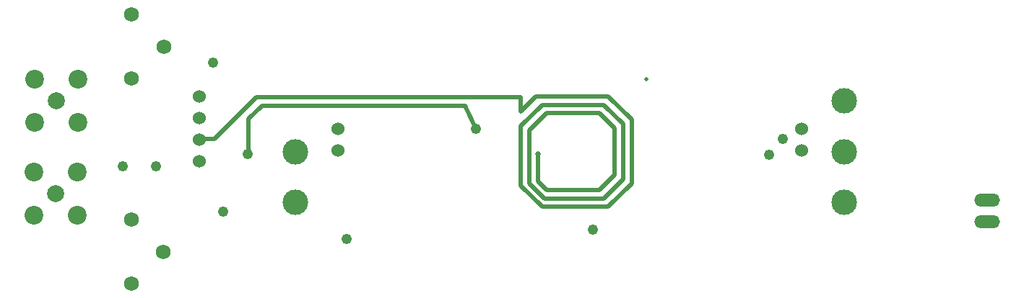
<source format=gbr>
G04 #@! TF.FileFunction,Copper,L3,Inr,Signal*
%FSLAX46Y46*%
G04 Gerber Fmt 4.6, Leading zero omitted, Abs format (unit mm)*
G04 Created by KiCad (PCBNEW 4.0.6) date 05/23/18 19:53:49*
%MOMM*%
%LPD*%
G01*
G04 APERTURE LIST*
%ADD10C,0.100000*%
%ADD11C,1.524000*%
%ADD12C,2.200000*%
%ADD13C,2.000000*%
%ADD14C,1.750000*%
%ADD15O,3.010000X1.510000*%
%ADD16C,0.508000*%
%ADD17C,1.219200*%
%ADD18C,0.650010*%
%ADD19C,2.999990*%
%ADD20C,0.500000*%
G04 APERTURE END LIST*
D10*
D11*
X21336000Y24638000D03*
X21336000Y27178000D03*
X21336000Y19558000D03*
X21336000Y22098000D03*
D12*
X2032000Y24130000D03*
X2032000Y29210000D03*
X7112000Y29210000D03*
X7112000Y24130000D03*
D13*
X4572000Y26670000D03*
D14*
X13395000Y36770000D03*
X13395000Y29270000D03*
X17145000Y33020000D03*
D12*
X1905000Y13208000D03*
X1905000Y18288000D03*
X6985000Y18288000D03*
X6985000Y13208000D03*
D13*
X4445000Y15748000D03*
D11*
X37592000Y20828000D03*
X37592000Y23368000D03*
D15*
X113665000Y12446000D03*
X113665000Y14986000D03*
D11*
X91948000Y20828000D03*
X91948000Y23368000D03*
D14*
X13335000Y12640000D03*
X13335000Y5140000D03*
X17085000Y8890000D03*
D16*
X73704700Y29164030D03*
D17*
X12299950Y18949920D03*
X16199870Y18949920D03*
X24100030Y13549880D03*
X22900130Y31150050D03*
X53710080Y23360130D03*
D18*
X61000130Y20400010D03*
D17*
X27010110Y20360130D03*
X67444620Y11487400D03*
X38623750Y10348210D03*
D19*
X32599880Y20649950D03*
X96899980Y20649950D03*
X96899980Y26649930D03*
X96899980Y14649960D03*
D17*
X89696040Y22130000D03*
X88141050Y20278600D03*
D19*
X32599880Y14649960D03*
D20*
X21332950Y22232110D02*
X21332950Y22148040D01*
X61000130Y20400010D02*
X61000130Y17150080D01*
X61000130Y17150080D02*
X61999880Y16150080D01*
X61999880Y16150080D02*
X68250050Y16150080D01*
X68250050Y16150080D02*
X70000110Y17899890D01*
X70000110Y17899890D02*
X70000110Y23400000D01*
X70000110Y23400000D02*
X68250050Y25150060D01*
X68250050Y25150060D02*
X61999880Y25150060D01*
X61999880Y25150060D02*
X60000130Y23150070D01*
X60000130Y23150070D02*
X60000130Y16899890D01*
X60000130Y16899890D02*
X61749940Y15150080D01*
X61749940Y15150080D02*
X68749930Y15150080D01*
X68749930Y15150080D02*
X71000110Y17400020D01*
X71000110Y17400020D02*
X71000110Y23899880D01*
X71000110Y23899880D02*
X68749930Y26150060D01*
X68749930Y26150060D02*
X61500000Y26150060D01*
X61500000Y26150060D02*
X59000140Y23649940D01*
X59000140Y23649940D02*
X59000140Y16649950D01*
X59000140Y16649950D02*
X61500000Y14150090D01*
X61500000Y14150090D02*
X69250050Y14150090D01*
X69250050Y14150090D02*
X72000110Y16899890D01*
X72000110Y16899890D02*
X72000110Y24400000D01*
X72000110Y24400000D02*
X69250050Y27150060D01*
X69250050Y27150060D02*
X60749940Y27150060D01*
X60749940Y27150060D02*
X58989980Y25390090D01*
X58989980Y25390090D02*
X58989980Y27059890D01*
X58989980Y27059890D02*
X27999940Y27059890D01*
X27999940Y27059890D02*
X23088090Y22148040D01*
X23088090Y22148040D02*
X21332950Y22148040D01*
X53710080Y23360130D02*
X52509930Y26059890D01*
X52509930Y26059890D02*
X28670000Y26059890D01*
X28670000Y26059890D02*
X27109930Y24500080D01*
X27109930Y24500080D02*
X27109930Y20459950D01*
X27109930Y20459950D02*
X27010110Y20360130D01*
M02*

</source>
